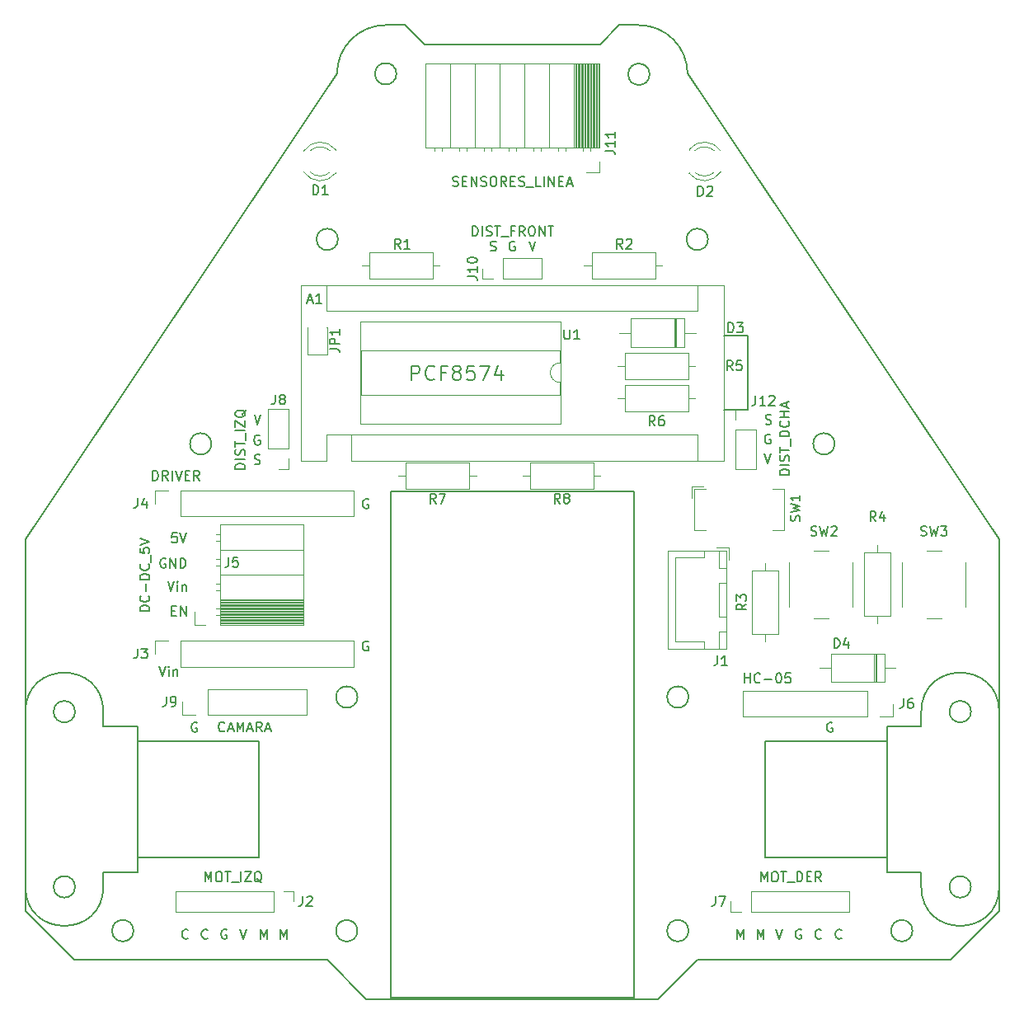
<source format=gto>
G04 #@! TF.FileFunction,Legend,Top*
%FSLAX46Y46*%
G04 Gerber Fmt 4.6, Leading zero omitted, Abs format (unit mm)*
G04 Created by KiCad (PCBNEW 4.0.7+dfsg1-1ubuntu2) date Sun Aug 19 23:35:29 2018*
%MOMM*%
%LPD*%
G01*
G04 APERTURE LIST*
%ADD10C,0.100000*%
%ADD11C,0.150000*%
%ADD12C,0.200000*%
%ADD13C,0.120000*%
%ADD14R,2.000000X2.000000*%
%ADD15O,2.000000X2.000000*%
%ADD16R,2.200000X2.200000*%
%ADD17C,2.200000*%
%ADD18R,2.350000X2.100000*%
%ADD19O,2.350000X2.100000*%
%ADD20R,1.750000X1.750000*%
%ADD21O,1.750000X1.750000*%
%ADD22R,2.100000X2.100000*%
%ADD23O,2.100000X2.100000*%
%ADD24R,1.900000X1.400000*%
%ADD25C,2.000000*%
%ADD26R,1.800000X1.800000*%
%ADD27C,1.800000*%
%ADD28C,2.400000*%
%ADD29R,2.000000X2.800000*%
%ADD30O,2.000000X2.800000*%
%ADD31O,2.200000X2.200000*%
G04 APERTURE END LIST*
D10*
D11*
X20452381Y27542857D02*
X20404762Y27495238D01*
X20261905Y27447619D01*
X20166667Y27447619D01*
X20023809Y27495238D01*
X19928571Y27590476D01*
X19880952Y27685714D01*
X19833333Y27876190D01*
X19833333Y28019048D01*
X19880952Y28209524D01*
X19928571Y28304762D01*
X20023809Y28400000D01*
X20166667Y28447619D01*
X20261905Y28447619D01*
X20404762Y28400000D01*
X20452381Y28352381D01*
X20833333Y27733333D02*
X21309524Y27733333D01*
X20738095Y27447619D02*
X21071428Y28447619D01*
X21404762Y27447619D01*
X21738095Y27447619D02*
X21738095Y28447619D01*
X22071429Y27733333D01*
X22404762Y28447619D01*
X22404762Y27447619D01*
X22833333Y27733333D02*
X23309524Y27733333D01*
X22738095Y27447619D02*
X23071428Y28447619D01*
X23404762Y27447619D01*
X24309524Y27447619D02*
X23976190Y27923810D01*
X23738095Y27447619D02*
X23738095Y28447619D01*
X24119048Y28447619D01*
X24214286Y28400000D01*
X24261905Y28352381D01*
X24309524Y28257143D01*
X24309524Y28114286D01*
X24261905Y28019048D01*
X24214286Y27971429D01*
X24119048Y27923810D01*
X23738095Y27923810D01*
X24690476Y27733333D02*
X25166667Y27733333D01*
X24595238Y27447619D02*
X24928571Y28447619D01*
X25261905Y27447619D01*
X12752381Y39833333D02*
X11752381Y39833333D01*
X11752381Y40071428D01*
X11800000Y40214286D01*
X11895238Y40309524D01*
X11990476Y40357143D01*
X12180952Y40404762D01*
X12323810Y40404762D01*
X12514286Y40357143D01*
X12609524Y40309524D01*
X12704762Y40214286D01*
X12752381Y40071428D01*
X12752381Y39833333D01*
X12657143Y41404762D02*
X12704762Y41357143D01*
X12752381Y41214286D01*
X12752381Y41119048D01*
X12704762Y40976190D01*
X12609524Y40880952D01*
X12514286Y40833333D01*
X12323810Y40785714D01*
X12180952Y40785714D01*
X11990476Y40833333D01*
X11895238Y40880952D01*
X11800000Y40976190D01*
X11752381Y41119048D01*
X11752381Y41214286D01*
X11800000Y41357143D01*
X11847619Y41404762D01*
X12371429Y41833333D02*
X12371429Y42595238D01*
X12752381Y43071428D02*
X11752381Y43071428D01*
X11752381Y43309523D01*
X11800000Y43452381D01*
X11895238Y43547619D01*
X11990476Y43595238D01*
X12180952Y43642857D01*
X12323810Y43642857D01*
X12514286Y43595238D01*
X12609524Y43547619D01*
X12704762Y43452381D01*
X12752381Y43309523D01*
X12752381Y43071428D01*
X12657143Y44642857D02*
X12704762Y44595238D01*
X12752381Y44452381D01*
X12752381Y44357143D01*
X12704762Y44214285D01*
X12609524Y44119047D01*
X12514286Y44071428D01*
X12323810Y44023809D01*
X12180952Y44023809D01*
X11990476Y44071428D01*
X11895238Y44119047D01*
X11800000Y44214285D01*
X11752381Y44357143D01*
X11752381Y44452381D01*
X11800000Y44595238D01*
X11847619Y44642857D01*
X12847619Y44833333D02*
X12847619Y45595238D01*
X11752381Y46309524D02*
X11752381Y45833333D01*
X12228571Y45785714D01*
X12180952Y45833333D01*
X12133333Y45928571D01*
X12133333Y46166667D01*
X12180952Y46261905D01*
X12228571Y46309524D01*
X12323810Y46357143D01*
X12561905Y46357143D01*
X12657143Y46309524D01*
X12704762Y46261905D01*
X12752381Y46166667D01*
X12752381Y45928571D01*
X12704762Y45833333D01*
X12657143Y45785714D01*
X11752381Y46642857D02*
X12752381Y46976190D01*
X11752381Y47309524D01*
X22552381Y54423810D02*
X21552381Y54423810D01*
X21552381Y54661905D01*
X21600000Y54804763D01*
X21695238Y54900001D01*
X21790476Y54947620D01*
X21980952Y54995239D01*
X22123810Y54995239D01*
X22314286Y54947620D01*
X22409524Y54900001D01*
X22504762Y54804763D01*
X22552381Y54661905D01*
X22552381Y54423810D01*
X22552381Y55423810D02*
X21552381Y55423810D01*
X22504762Y55852381D02*
X22552381Y55995238D01*
X22552381Y56233334D01*
X22504762Y56328572D01*
X22457143Y56376191D01*
X22361905Y56423810D01*
X22266667Y56423810D01*
X22171429Y56376191D01*
X22123810Y56328572D01*
X22076190Y56233334D01*
X22028571Y56042857D01*
X21980952Y55947619D01*
X21933333Y55900000D01*
X21838095Y55852381D01*
X21742857Y55852381D01*
X21647619Y55900000D01*
X21600000Y55947619D01*
X21552381Y56042857D01*
X21552381Y56280953D01*
X21600000Y56423810D01*
X21552381Y56709524D02*
X21552381Y57280953D01*
X22552381Y56995238D02*
X21552381Y56995238D01*
X22647619Y57376191D02*
X22647619Y58138096D01*
X22552381Y58376191D02*
X21552381Y58376191D01*
X21552381Y58757143D02*
X21552381Y59423810D01*
X22552381Y58757143D01*
X22552381Y59423810D01*
X22647619Y60471429D02*
X22600000Y60376191D01*
X22504762Y60280953D01*
X22361905Y60138096D01*
X22314286Y60042857D01*
X22314286Y59947619D01*
X22552381Y59995238D02*
X22504762Y59900000D01*
X22409524Y59804762D01*
X22219048Y59757143D01*
X21885714Y59757143D01*
X21695238Y59804762D01*
X21600000Y59900000D01*
X21552381Y59995238D01*
X21552381Y60185715D01*
X21600000Y60280953D01*
X21695238Y60376191D01*
X21885714Y60423810D01*
X22219048Y60423810D01*
X22409524Y60376191D01*
X22504762Y60280953D01*
X22552381Y60185715D01*
X22552381Y59995238D01*
X43880952Y83495238D02*
X44023809Y83447619D01*
X44261905Y83447619D01*
X44357143Y83495238D01*
X44404762Y83542857D01*
X44452381Y83638095D01*
X44452381Y83733333D01*
X44404762Y83828571D01*
X44357143Y83876190D01*
X44261905Y83923810D01*
X44071428Y83971429D01*
X43976190Y84019048D01*
X43928571Y84066667D01*
X43880952Y84161905D01*
X43880952Y84257143D01*
X43928571Y84352381D01*
X43976190Y84400000D01*
X44071428Y84447619D01*
X44309524Y84447619D01*
X44452381Y84400000D01*
X44880952Y83971429D02*
X45214286Y83971429D01*
X45357143Y83447619D02*
X44880952Y83447619D01*
X44880952Y84447619D01*
X45357143Y84447619D01*
X45785714Y83447619D02*
X45785714Y84447619D01*
X46357143Y83447619D01*
X46357143Y84447619D01*
X46785714Y83495238D02*
X46928571Y83447619D01*
X47166667Y83447619D01*
X47261905Y83495238D01*
X47309524Y83542857D01*
X47357143Y83638095D01*
X47357143Y83733333D01*
X47309524Y83828571D01*
X47261905Y83876190D01*
X47166667Y83923810D01*
X46976190Y83971429D01*
X46880952Y84019048D01*
X46833333Y84066667D01*
X46785714Y84161905D01*
X46785714Y84257143D01*
X46833333Y84352381D01*
X46880952Y84400000D01*
X46976190Y84447619D01*
X47214286Y84447619D01*
X47357143Y84400000D01*
X47976190Y84447619D02*
X48166667Y84447619D01*
X48261905Y84400000D01*
X48357143Y84304762D01*
X48404762Y84114286D01*
X48404762Y83780952D01*
X48357143Y83590476D01*
X48261905Y83495238D01*
X48166667Y83447619D01*
X47976190Y83447619D01*
X47880952Y83495238D01*
X47785714Y83590476D01*
X47738095Y83780952D01*
X47738095Y84114286D01*
X47785714Y84304762D01*
X47880952Y84400000D01*
X47976190Y84447619D01*
X49404762Y83447619D02*
X49071428Y83923810D01*
X48833333Y83447619D02*
X48833333Y84447619D01*
X49214286Y84447619D01*
X49309524Y84400000D01*
X49357143Y84352381D01*
X49404762Y84257143D01*
X49404762Y84114286D01*
X49357143Y84019048D01*
X49309524Y83971429D01*
X49214286Y83923810D01*
X48833333Y83923810D01*
X49833333Y83971429D02*
X50166667Y83971429D01*
X50309524Y83447619D02*
X49833333Y83447619D01*
X49833333Y84447619D01*
X50309524Y84447619D01*
X50690476Y83495238D02*
X50833333Y83447619D01*
X51071429Y83447619D01*
X51166667Y83495238D01*
X51214286Y83542857D01*
X51261905Y83638095D01*
X51261905Y83733333D01*
X51214286Y83828571D01*
X51166667Y83876190D01*
X51071429Y83923810D01*
X50880952Y83971429D01*
X50785714Y84019048D01*
X50738095Y84066667D01*
X50690476Y84161905D01*
X50690476Y84257143D01*
X50738095Y84352381D01*
X50785714Y84400000D01*
X50880952Y84447619D01*
X51119048Y84447619D01*
X51261905Y84400000D01*
X51452381Y83352381D02*
X52214286Y83352381D01*
X52928572Y83447619D02*
X52452381Y83447619D01*
X52452381Y84447619D01*
X53261905Y83447619D02*
X53261905Y84447619D01*
X53738095Y83447619D02*
X53738095Y84447619D01*
X54309524Y83447619D01*
X54309524Y84447619D01*
X54785714Y83971429D02*
X55119048Y83971429D01*
X55261905Y83447619D02*
X54785714Y83447619D01*
X54785714Y84447619D01*
X55261905Y84447619D01*
X55642857Y83733333D02*
X56119048Y83733333D01*
X55547619Y83447619D02*
X55880952Y84447619D01*
X56214286Y83447619D01*
X45904762Y78347619D02*
X45904762Y79347619D01*
X46142857Y79347619D01*
X46285715Y79300000D01*
X46380953Y79204762D01*
X46428572Y79109524D01*
X46476191Y78919048D01*
X46476191Y78776190D01*
X46428572Y78585714D01*
X46380953Y78490476D01*
X46285715Y78395238D01*
X46142857Y78347619D01*
X45904762Y78347619D01*
X46904762Y78347619D02*
X46904762Y79347619D01*
X47333333Y78395238D02*
X47476190Y78347619D01*
X47714286Y78347619D01*
X47809524Y78395238D01*
X47857143Y78442857D01*
X47904762Y78538095D01*
X47904762Y78633333D01*
X47857143Y78728571D01*
X47809524Y78776190D01*
X47714286Y78823810D01*
X47523809Y78871429D01*
X47428571Y78919048D01*
X47380952Y78966667D01*
X47333333Y79061905D01*
X47333333Y79157143D01*
X47380952Y79252381D01*
X47428571Y79300000D01*
X47523809Y79347619D01*
X47761905Y79347619D01*
X47904762Y79300000D01*
X48190476Y79347619D02*
X48761905Y79347619D01*
X48476190Y78347619D02*
X48476190Y79347619D01*
X48857143Y78252381D02*
X49619048Y78252381D01*
X50190477Y78871429D02*
X49857143Y78871429D01*
X49857143Y78347619D02*
X49857143Y79347619D01*
X50333334Y79347619D01*
X51285715Y78347619D02*
X50952381Y78823810D01*
X50714286Y78347619D02*
X50714286Y79347619D01*
X51095239Y79347619D01*
X51190477Y79300000D01*
X51238096Y79252381D01*
X51285715Y79157143D01*
X51285715Y79014286D01*
X51238096Y78919048D01*
X51190477Y78871429D01*
X51095239Y78823810D01*
X50714286Y78823810D01*
X51904762Y79347619D02*
X52095239Y79347619D01*
X52190477Y79300000D01*
X52285715Y79204762D01*
X52333334Y79014286D01*
X52333334Y78680952D01*
X52285715Y78490476D01*
X52190477Y78395238D01*
X52095239Y78347619D01*
X51904762Y78347619D01*
X51809524Y78395238D01*
X51714286Y78490476D01*
X51666667Y78680952D01*
X51666667Y79014286D01*
X51714286Y79204762D01*
X51809524Y79300000D01*
X51904762Y79347619D01*
X52761905Y78347619D02*
X52761905Y79347619D01*
X53333334Y78347619D01*
X53333334Y79347619D01*
X53666667Y79347619D02*
X54238096Y79347619D01*
X53952381Y78347619D02*
X53952381Y79347619D01*
X78452381Y53809524D02*
X77452381Y53809524D01*
X77452381Y54047619D01*
X77500000Y54190477D01*
X77595238Y54285715D01*
X77690476Y54333334D01*
X77880952Y54380953D01*
X78023810Y54380953D01*
X78214286Y54333334D01*
X78309524Y54285715D01*
X78404762Y54190477D01*
X78452381Y54047619D01*
X78452381Y53809524D01*
X78452381Y54809524D02*
X77452381Y54809524D01*
X78404762Y55238095D02*
X78452381Y55380952D01*
X78452381Y55619048D01*
X78404762Y55714286D01*
X78357143Y55761905D01*
X78261905Y55809524D01*
X78166667Y55809524D01*
X78071429Y55761905D01*
X78023810Y55714286D01*
X77976190Y55619048D01*
X77928571Y55428571D01*
X77880952Y55333333D01*
X77833333Y55285714D01*
X77738095Y55238095D01*
X77642857Y55238095D01*
X77547619Y55285714D01*
X77500000Y55333333D01*
X77452381Y55428571D01*
X77452381Y55666667D01*
X77500000Y55809524D01*
X77452381Y56095238D02*
X77452381Y56666667D01*
X78452381Y56380952D02*
X77452381Y56380952D01*
X78547619Y56761905D02*
X78547619Y57523810D01*
X78452381Y57761905D02*
X77452381Y57761905D01*
X77452381Y58000000D01*
X77500000Y58142858D01*
X77595238Y58238096D01*
X77690476Y58285715D01*
X77880952Y58333334D01*
X78023810Y58333334D01*
X78214286Y58285715D01*
X78309524Y58238096D01*
X78404762Y58142858D01*
X78452381Y58000000D01*
X78452381Y57761905D01*
X78357143Y59333334D02*
X78404762Y59285715D01*
X78452381Y59142858D01*
X78452381Y59047620D01*
X78404762Y58904762D01*
X78309524Y58809524D01*
X78214286Y58761905D01*
X78023810Y58714286D01*
X77880952Y58714286D01*
X77690476Y58761905D01*
X77595238Y58809524D01*
X77500000Y58904762D01*
X77452381Y59047620D01*
X77452381Y59142858D01*
X77500000Y59285715D01*
X77547619Y59333334D01*
X78452381Y59761905D02*
X77452381Y59761905D01*
X77928571Y59761905D02*
X77928571Y60333334D01*
X78452381Y60333334D02*
X77452381Y60333334D01*
X78166667Y60761905D02*
X78166667Y61238096D01*
X78452381Y60666667D02*
X77452381Y61000000D01*
X78452381Y61333334D01*
X73842857Y32447619D02*
X73842857Y33447619D01*
X73842857Y32971429D02*
X74414286Y32971429D01*
X74414286Y32447619D02*
X74414286Y33447619D01*
X75461905Y32542857D02*
X75414286Y32495238D01*
X75271429Y32447619D01*
X75176191Y32447619D01*
X75033333Y32495238D01*
X74938095Y32590476D01*
X74890476Y32685714D01*
X74842857Y32876190D01*
X74842857Y33019048D01*
X74890476Y33209524D01*
X74938095Y33304762D01*
X75033333Y33400000D01*
X75176191Y33447619D01*
X75271429Y33447619D01*
X75414286Y33400000D01*
X75461905Y33352381D01*
X75890476Y32828571D02*
X76652381Y32828571D01*
X77319047Y33447619D02*
X77414286Y33447619D01*
X77509524Y33400000D01*
X77557143Y33352381D01*
X77604762Y33257143D01*
X77652381Y33066667D01*
X77652381Y32828571D01*
X77604762Y32638095D01*
X77557143Y32542857D01*
X77509524Y32495238D01*
X77414286Y32447619D01*
X77319047Y32447619D01*
X77223809Y32495238D01*
X77176190Y32542857D01*
X77128571Y32638095D01*
X77080952Y32828571D01*
X77080952Y33066667D01*
X77128571Y33257143D01*
X77176190Y33352381D01*
X77223809Y33400000D01*
X77319047Y33447619D01*
X78557143Y33447619D02*
X78080952Y33447619D01*
X78033333Y32971429D01*
X78080952Y33019048D01*
X78176190Y33066667D01*
X78414286Y33066667D01*
X78509524Y33019048D01*
X78557143Y32971429D01*
X78604762Y32876190D01*
X78604762Y32638095D01*
X78557143Y32542857D01*
X78509524Y32495238D01*
X78414286Y32447619D01*
X78176190Y32447619D01*
X78080952Y32495238D01*
X78033333Y32542857D01*
X75528571Y12047619D02*
X75528571Y13047619D01*
X75861905Y12333333D01*
X76195238Y13047619D01*
X76195238Y12047619D01*
X76861904Y13047619D02*
X77052381Y13047619D01*
X77147619Y13000000D01*
X77242857Y12904762D01*
X77290476Y12714286D01*
X77290476Y12380952D01*
X77242857Y12190476D01*
X77147619Y12095238D01*
X77052381Y12047619D01*
X76861904Y12047619D01*
X76766666Y12095238D01*
X76671428Y12190476D01*
X76623809Y12380952D01*
X76623809Y12714286D01*
X76671428Y12904762D01*
X76766666Y13000000D01*
X76861904Y13047619D01*
X77576190Y13047619D02*
X78147619Y13047619D01*
X77861904Y12047619D02*
X77861904Y13047619D01*
X78242857Y11952381D02*
X79004762Y11952381D01*
X79242857Y12047619D02*
X79242857Y13047619D01*
X79480952Y13047619D01*
X79623810Y13000000D01*
X79719048Y12904762D01*
X79766667Y12809524D01*
X79814286Y12619048D01*
X79814286Y12476190D01*
X79766667Y12285714D01*
X79719048Y12190476D01*
X79623810Y12095238D01*
X79480952Y12047619D01*
X79242857Y12047619D01*
X80242857Y12571429D02*
X80576191Y12571429D01*
X80719048Y12047619D02*
X80242857Y12047619D01*
X80242857Y13047619D01*
X80719048Y13047619D01*
X81719048Y12047619D02*
X81385714Y12523810D01*
X81147619Y12047619D02*
X81147619Y13047619D01*
X81528572Y13047619D01*
X81623810Y13000000D01*
X81671429Y12952381D01*
X81719048Y12857143D01*
X81719048Y12714286D01*
X81671429Y12619048D01*
X81623810Y12571429D01*
X81528572Y12523810D01*
X81147619Y12523810D01*
X18442857Y12047619D02*
X18442857Y13047619D01*
X18776191Y12333333D01*
X19109524Y13047619D01*
X19109524Y12047619D01*
X19776190Y13047619D02*
X19966667Y13047619D01*
X20061905Y13000000D01*
X20157143Y12904762D01*
X20204762Y12714286D01*
X20204762Y12380952D01*
X20157143Y12190476D01*
X20061905Y12095238D01*
X19966667Y12047619D01*
X19776190Y12047619D01*
X19680952Y12095238D01*
X19585714Y12190476D01*
X19538095Y12380952D01*
X19538095Y12714286D01*
X19585714Y12904762D01*
X19680952Y13000000D01*
X19776190Y13047619D01*
X20490476Y13047619D02*
X21061905Y13047619D01*
X20776190Y12047619D02*
X20776190Y13047619D01*
X21157143Y11952381D02*
X21919048Y11952381D01*
X22157143Y12047619D02*
X22157143Y13047619D01*
X22538095Y13047619D02*
X23204762Y13047619D01*
X22538095Y12047619D01*
X23204762Y12047619D01*
X24252381Y11952381D02*
X24157143Y12000000D01*
X24061905Y12095238D01*
X23919048Y12238095D01*
X23823809Y12285714D01*
X23728571Y12285714D01*
X23776190Y12047619D02*
X23680952Y12095238D01*
X23585714Y12190476D01*
X23538095Y12380952D01*
X23538095Y12714286D01*
X23585714Y12904762D01*
X23680952Y13000000D01*
X23776190Y13047619D01*
X23966667Y13047619D01*
X24061905Y13000000D01*
X24157143Y12904762D01*
X24204762Y12714286D01*
X24204762Y12380952D01*
X24157143Y12190476D01*
X24061905Y12095238D01*
X23966667Y12047619D01*
X23776190Y12047619D01*
D12*
X39657144Y63521429D02*
X39657144Y65021429D01*
X40228572Y65021429D01*
X40371430Y64950000D01*
X40442858Y64878571D01*
X40514287Y64735714D01*
X40514287Y64521429D01*
X40442858Y64378571D01*
X40371430Y64307143D01*
X40228572Y64235714D01*
X39657144Y64235714D01*
X42014287Y63664286D02*
X41942858Y63592857D01*
X41728572Y63521429D01*
X41585715Y63521429D01*
X41371430Y63592857D01*
X41228572Y63735714D01*
X41157144Y63878571D01*
X41085715Y64164286D01*
X41085715Y64378571D01*
X41157144Y64664286D01*
X41228572Y64807143D01*
X41371430Y64950000D01*
X41585715Y65021429D01*
X41728572Y65021429D01*
X41942858Y64950000D01*
X42014287Y64878571D01*
X43157144Y64307143D02*
X42657144Y64307143D01*
X42657144Y63521429D02*
X42657144Y65021429D01*
X43371430Y65021429D01*
X44157144Y64378571D02*
X44014286Y64450000D01*
X43942858Y64521429D01*
X43871429Y64664286D01*
X43871429Y64735714D01*
X43942858Y64878571D01*
X44014286Y64950000D01*
X44157144Y65021429D01*
X44442858Y65021429D01*
X44585715Y64950000D01*
X44657144Y64878571D01*
X44728572Y64735714D01*
X44728572Y64664286D01*
X44657144Y64521429D01*
X44585715Y64450000D01*
X44442858Y64378571D01*
X44157144Y64378571D01*
X44014286Y64307143D01*
X43942858Y64235714D01*
X43871429Y64092857D01*
X43871429Y63807143D01*
X43942858Y63664286D01*
X44014286Y63592857D01*
X44157144Y63521429D01*
X44442858Y63521429D01*
X44585715Y63592857D01*
X44657144Y63664286D01*
X44728572Y63807143D01*
X44728572Y64092857D01*
X44657144Y64235714D01*
X44585715Y64307143D01*
X44442858Y64378571D01*
X46085715Y65021429D02*
X45371429Y65021429D01*
X45300000Y64307143D01*
X45371429Y64378571D01*
X45514286Y64450000D01*
X45871429Y64450000D01*
X46014286Y64378571D01*
X46085715Y64307143D01*
X46157143Y64164286D01*
X46157143Y63807143D01*
X46085715Y63664286D01*
X46014286Y63592857D01*
X45871429Y63521429D01*
X45514286Y63521429D01*
X45371429Y63592857D01*
X45300000Y63664286D01*
X46657143Y65021429D02*
X47657143Y65021429D01*
X47014286Y63521429D01*
X48871428Y64521429D02*
X48871428Y63521429D01*
X48514285Y65092857D02*
X48157142Y64021429D01*
X49085714Y64021429D01*
D11*
X61000000Y100000000D02*
X63000000Y100000000D01*
X37000000Y100000000D02*
X39000000Y100000000D01*
X59000000Y98000000D02*
X61000000Y100000000D01*
X41000000Y98000000D02*
X59000000Y98000000D01*
X39000000Y100000000D02*
X41000000Y98000000D01*
X100000000Y47200000D02*
X68000000Y95000000D01*
X68000000Y95000000D02*
G75*
G03X63000000Y100000000I-5000000J0D01*
G01*
X32000000Y95000000D02*
X0Y47200000D01*
X37000000Y100000000D02*
G75*
G03X32000000Y95000000I0J-5000000D01*
G01*
X83100000Y57000000D02*
G75*
G03X83100000Y57000000I-1100000J0D01*
G01*
X19100000Y57000000D02*
G75*
G03X19100000Y57000000I-1100000J0D01*
G01*
X70100000Y78000000D02*
G75*
G03X70100000Y78000000I-1100000J0D01*
G01*
X32100000Y78000000D02*
G75*
G03X32100000Y78000000I-1100000J0D01*
G01*
X74150000Y60500000D02*
X71750000Y60500000D01*
X74150000Y68100000D02*
X74150000Y60500000D01*
X71750000Y68100000D02*
X74150000Y68100000D01*
D12*
X13069048Y53247619D02*
X13069048Y54247619D01*
X13307143Y54247619D01*
X13450001Y54200000D01*
X13545239Y54104762D01*
X13592858Y54009524D01*
X13640477Y53819048D01*
X13640477Y53676190D01*
X13592858Y53485714D01*
X13545239Y53390476D01*
X13450001Y53295238D01*
X13307143Y53247619D01*
X13069048Y53247619D01*
X14640477Y53247619D02*
X14307143Y53723810D01*
X14069048Y53247619D02*
X14069048Y54247619D01*
X14450001Y54247619D01*
X14545239Y54200000D01*
X14592858Y54152381D01*
X14640477Y54057143D01*
X14640477Y53914286D01*
X14592858Y53819048D01*
X14545239Y53771429D01*
X14450001Y53723810D01*
X14069048Y53723810D01*
X15069048Y53247619D02*
X15069048Y54247619D01*
X15402381Y54247619D02*
X15735714Y53247619D01*
X16069048Y54247619D01*
X16402381Y53771429D02*
X16735715Y53771429D01*
X16878572Y53247619D02*
X16402381Y53247619D01*
X16402381Y54247619D01*
X16878572Y54247619D01*
X17878572Y53247619D02*
X17545238Y53723810D01*
X17307143Y53247619D02*
X17307143Y54247619D01*
X17688096Y54247619D01*
X17783334Y54200000D01*
X17830953Y54152381D01*
X17878572Y54057143D01*
X17878572Y53914286D01*
X17830953Y53819048D01*
X17783334Y53771429D01*
X17688096Y53723810D01*
X17307143Y53723810D01*
X47764286Y76845238D02*
X47907143Y76797619D01*
X48145239Y76797619D01*
X48240477Y76845238D01*
X48288096Y76892857D01*
X48335715Y76988095D01*
X48335715Y77083333D01*
X48288096Y77178571D01*
X48240477Y77226190D01*
X48145239Y77273810D01*
X47954762Y77321429D01*
X47859524Y77369048D01*
X47811905Y77416667D01*
X47764286Y77511905D01*
X47764286Y77607143D01*
X47811905Y77702381D01*
X47859524Y77750000D01*
X47954762Y77797619D01*
X48192858Y77797619D01*
X48335715Y77750000D01*
X50261905Y77750000D02*
X50166667Y77797619D01*
X50023810Y77797619D01*
X49880952Y77750000D01*
X49785714Y77654762D01*
X49738095Y77559524D01*
X49690476Y77369048D01*
X49690476Y77226190D01*
X49738095Y77035714D01*
X49785714Y76940476D01*
X49880952Y76845238D01*
X50023810Y76797619D01*
X50119048Y76797619D01*
X50261905Y76845238D01*
X50309524Y76892857D01*
X50309524Y77226190D01*
X50119048Y77226190D01*
X51716667Y77797619D02*
X52050000Y76797619D01*
X52383334Y77797619D01*
X75916667Y55997619D02*
X76250000Y54997619D01*
X76583334Y55997619D01*
X76511905Y57950000D02*
X76416667Y57997619D01*
X76273810Y57997619D01*
X76130952Y57950000D01*
X76035714Y57854762D01*
X75988095Y57759524D01*
X75940476Y57569048D01*
X75940476Y57426190D01*
X75988095Y57235714D01*
X76035714Y57140476D01*
X76130952Y57045238D01*
X76273810Y56997619D01*
X76369048Y56997619D01*
X76511905Y57045238D01*
X76559524Y57092857D01*
X76559524Y57426190D01*
X76369048Y57426190D01*
X76014286Y59045238D02*
X76157143Y58997619D01*
X76395239Y58997619D01*
X76490477Y59045238D01*
X76538096Y59092857D01*
X76585715Y59188095D01*
X76585715Y59283333D01*
X76538096Y59378571D01*
X76490477Y59426190D01*
X76395239Y59473810D01*
X76204762Y59521429D01*
X76109524Y59569048D01*
X76061905Y59616667D01*
X76014286Y59711905D01*
X76014286Y59807143D01*
X76061905Y59902381D01*
X76109524Y59950000D01*
X76204762Y59997619D01*
X76442858Y59997619D01*
X76585715Y59950000D01*
X23514286Y54945238D02*
X23657143Y54897619D01*
X23895239Y54897619D01*
X23990477Y54945238D01*
X24038096Y54992857D01*
X24085715Y55088095D01*
X24085715Y55183333D01*
X24038096Y55278571D01*
X23990477Y55326190D01*
X23895239Y55373810D01*
X23704762Y55421429D01*
X23609524Y55469048D01*
X23561905Y55516667D01*
X23514286Y55611905D01*
X23514286Y55707143D01*
X23561905Y55802381D01*
X23609524Y55850000D01*
X23704762Y55897619D01*
X23942858Y55897619D01*
X24085715Y55850000D01*
X23516667Y59997619D02*
X23850000Y58997619D01*
X24183334Y59997619D01*
X24061905Y57850000D02*
X23966667Y57897619D01*
X23823810Y57897619D01*
X23680952Y57850000D01*
X23585714Y57754762D01*
X23538095Y57659524D01*
X23490476Y57469048D01*
X23490476Y57326190D01*
X23538095Y57135714D01*
X23585714Y57040476D01*
X23680952Y56945238D01*
X23823810Y56897619D01*
X23919048Y56897619D01*
X24061905Y56945238D01*
X24109524Y56992857D01*
X24109524Y57326190D01*
X23919048Y57326190D01*
X82861905Y28350000D02*
X82766667Y28397619D01*
X82623810Y28397619D01*
X82480952Y28350000D01*
X82385714Y28254762D01*
X82338095Y28159524D01*
X82290476Y27969048D01*
X82290476Y27826190D01*
X82338095Y27635714D01*
X82385714Y27540476D01*
X82480952Y27445238D01*
X82623810Y27397619D01*
X82719048Y27397619D01*
X82861905Y27445238D01*
X82909524Y27492857D01*
X82909524Y27826190D01*
X82719048Y27826190D01*
X17611905Y28350000D02*
X17516667Y28397619D01*
X17373810Y28397619D01*
X17230952Y28350000D01*
X17135714Y28254762D01*
X17088095Y28159524D01*
X17040476Y27969048D01*
X17040476Y27826190D01*
X17088095Y27635714D01*
X17135714Y27540476D01*
X17230952Y27445238D01*
X17373810Y27397619D01*
X17469048Y27397619D01*
X17611905Y27445238D01*
X17659524Y27492857D01*
X17659524Y27826190D01*
X17469048Y27826190D01*
X13726191Y34147619D02*
X14059524Y33147619D01*
X14392858Y34147619D01*
X14726191Y33147619D02*
X14726191Y33814286D01*
X14726191Y34147619D02*
X14678572Y34100000D01*
X14726191Y34052381D01*
X14773810Y34100000D01*
X14726191Y34147619D01*
X14726191Y34052381D01*
X15202381Y33814286D02*
X15202381Y33147619D01*
X15202381Y33719048D02*
X15250000Y33766667D01*
X15345238Y33814286D01*
X15488096Y33814286D01*
X15583334Y33766667D01*
X15630953Y33671429D01*
X15630953Y33147619D01*
X35211905Y36700000D02*
X35116667Y36747619D01*
X34973810Y36747619D01*
X34830952Y36700000D01*
X34735714Y36604762D01*
X34688095Y36509524D01*
X34640476Y36319048D01*
X34640476Y36176190D01*
X34688095Y35985714D01*
X34735714Y35890476D01*
X34830952Y35795238D01*
X34973810Y35747619D01*
X35069048Y35747619D01*
X35211905Y35795238D01*
X35259524Y35842857D01*
X35259524Y36176190D01*
X35069048Y36176190D01*
X35211905Y51300000D02*
X35116667Y51347619D01*
X34973810Y51347619D01*
X34830952Y51300000D01*
X34735714Y51204762D01*
X34688095Y51109524D01*
X34640476Y50919048D01*
X34640476Y50776190D01*
X34688095Y50585714D01*
X34735714Y50490476D01*
X34830952Y50395238D01*
X34973810Y50347619D01*
X35069048Y50347619D01*
X35211905Y50395238D01*
X35259524Y50442857D01*
X35259524Y50776190D01*
X35069048Y50776190D01*
X15011905Y39871429D02*
X15345239Y39871429D01*
X15488096Y39347619D02*
X15011905Y39347619D01*
X15011905Y40347619D01*
X15488096Y40347619D01*
X15916667Y39347619D02*
X15916667Y40347619D01*
X16488096Y39347619D01*
X16488096Y40347619D01*
X14626191Y42847619D02*
X14959524Y41847619D01*
X15292858Y42847619D01*
X15626191Y41847619D02*
X15626191Y42514286D01*
X15626191Y42847619D02*
X15578572Y42800000D01*
X15626191Y42752381D01*
X15673810Y42800000D01*
X15626191Y42847619D01*
X15626191Y42752381D01*
X16102381Y42514286D02*
X16102381Y41847619D01*
X16102381Y42419048D02*
X16150000Y42466667D01*
X16245238Y42514286D01*
X16388096Y42514286D01*
X16483334Y42466667D01*
X16530953Y42371429D01*
X16530953Y41847619D01*
X15559524Y47847619D02*
X15083333Y47847619D01*
X15035714Y47371429D01*
X15083333Y47419048D01*
X15178571Y47466667D01*
X15416667Y47466667D01*
X15511905Y47419048D01*
X15559524Y47371429D01*
X15607143Y47276190D01*
X15607143Y47038095D01*
X15559524Y46942857D01*
X15511905Y46895238D01*
X15416667Y46847619D01*
X15178571Y46847619D01*
X15083333Y46895238D01*
X15035714Y46942857D01*
X15892857Y47847619D02*
X16226190Y46847619D01*
X16559524Y47847619D01*
X14388096Y45200000D02*
X14292858Y45247619D01*
X14150001Y45247619D01*
X14007143Y45200000D01*
X13911905Y45104762D01*
X13864286Y45009524D01*
X13816667Y44819048D01*
X13816667Y44676190D01*
X13864286Y44485714D01*
X13911905Y44390476D01*
X14007143Y44295238D01*
X14150001Y44247619D01*
X14245239Y44247619D01*
X14388096Y44295238D01*
X14435715Y44342857D01*
X14435715Y44676190D01*
X14245239Y44676190D01*
X14864286Y44247619D02*
X14864286Y45247619D01*
X15435715Y44247619D01*
X15435715Y45247619D01*
X15911905Y44247619D02*
X15911905Y45247619D01*
X16150000Y45247619D01*
X16292858Y45200000D01*
X16388096Y45104762D01*
X16435715Y45009524D01*
X16483334Y44819048D01*
X16483334Y44676190D01*
X16435715Y44485714D01*
X16388096Y44390476D01*
X16292858Y44295238D01*
X16150000Y44247619D01*
X15911905Y44247619D01*
X79661905Y7100000D02*
X79566667Y7147619D01*
X79423810Y7147619D01*
X79280952Y7100000D01*
X79185714Y7004762D01*
X79138095Y6909524D01*
X79090476Y6719048D01*
X79090476Y6576190D01*
X79138095Y6385714D01*
X79185714Y6290476D01*
X79280952Y6195238D01*
X79423810Y6147619D01*
X79519048Y6147619D01*
X79661905Y6195238D01*
X79709524Y6242857D01*
X79709524Y6576190D01*
X79519048Y6576190D01*
X81709524Y6242857D02*
X81661905Y6195238D01*
X81519048Y6147619D01*
X81423810Y6147619D01*
X81280952Y6195238D01*
X81185714Y6290476D01*
X81138095Y6385714D01*
X81090476Y6576190D01*
X81090476Y6719048D01*
X81138095Y6909524D01*
X81185714Y7004762D01*
X81280952Y7100000D01*
X81423810Y7147619D01*
X81519048Y7147619D01*
X81661905Y7100000D01*
X81709524Y7052381D01*
X83809524Y6242857D02*
X83761905Y6195238D01*
X83619048Y6147619D01*
X83523810Y6147619D01*
X83380952Y6195238D01*
X83285714Y6290476D01*
X83238095Y6385714D01*
X83190476Y6576190D01*
X83190476Y6719048D01*
X83238095Y6909524D01*
X83285714Y7004762D01*
X83380952Y7100000D01*
X83523810Y7147619D01*
X83619048Y7147619D01*
X83761905Y7100000D01*
X83809524Y7052381D01*
X77066667Y7147619D02*
X77400000Y6147619D01*
X77733334Y7147619D01*
X75166667Y6147619D02*
X75166667Y7147619D01*
X75500001Y6433333D01*
X75833334Y7147619D01*
X75833334Y6147619D01*
X73066667Y6147619D02*
X73066667Y7147619D01*
X73400001Y6433333D01*
X73733334Y7147619D01*
X73733334Y6147619D01*
X18709524Y6242857D02*
X18661905Y6195238D01*
X18519048Y6147619D01*
X18423810Y6147619D01*
X18280952Y6195238D01*
X18185714Y6290476D01*
X18138095Y6385714D01*
X18090476Y6576190D01*
X18090476Y6719048D01*
X18138095Y6909524D01*
X18185714Y7004762D01*
X18280952Y7100000D01*
X18423810Y7147619D01*
X18519048Y7147619D01*
X18661905Y7100000D01*
X18709524Y7052381D01*
X20661905Y7100000D02*
X20566667Y7147619D01*
X20423810Y7147619D01*
X20280952Y7100000D01*
X20185714Y7004762D01*
X20138095Y6909524D01*
X20090476Y6719048D01*
X20090476Y6576190D01*
X20138095Y6385714D01*
X20185714Y6290476D01*
X20280952Y6195238D01*
X20423810Y6147619D01*
X20519048Y6147619D01*
X20661905Y6195238D01*
X20709524Y6242857D01*
X20709524Y6576190D01*
X20519048Y6576190D01*
X16709524Y6242857D02*
X16661905Y6195238D01*
X16519048Y6147619D01*
X16423810Y6147619D01*
X16280952Y6195238D01*
X16185714Y6290476D01*
X16138095Y6385714D01*
X16090476Y6576190D01*
X16090476Y6719048D01*
X16138095Y6909524D01*
X16185714Y7004762D01*
X16280952Y7100000D01*
X16423810Y7147619D01*
X16519048Y7147619D01*
X16661905Y7100000D01*
X16709524Y7052381D01*
X22066667Y7147619D02*
X22400000Y6147619D01*
X22733334Y7147619D01*
X26166667Y6147619D02*
X26166667Y7147619D01*
X26500001Y6433333D01*
X26833334Y7147619D01*
X26833334Y6147619D01*
X24166667Y6147619D02*
X24166667Y7147619D01*
X24500001Y6433333D01*
X24833334Y7147619D01*
X24833334Y6147619D01*
D11*
X64100000Y94950000D02*
G75*
G03X64100000Y94950000I-1100000J0D01*
G01*
X38100000Y95000000D02*
G75*
G03X38100000Y95000000I-1100000J0D01*
G01*
X34100000Y31000000D02*
G75*
G03X34100000Y31000000I-1100000J0D01*
G01*
X68100000Y31000000D02*
G75*
G03X68100000Y31000000I-1100000J0D01*
G01*
X68100000Y7000000D02*
G75*
G03X68100000Y7000000I-1100000J0D01*
G01*
X34100000Y7000000D02*
G75*
G03X34100000Y7000000I-1100000J0D01*
G01*
X91100000Y7000000D02*
G75*
G03X91100000Y7000000I-1100000J0D01*
G01*
X11100000Y7000000D02*
G75*
G03X11100000Y7000000I-1100000J0D01*
G01*
X95000000Y4000000D02*
X100000000Y9000000D01*
X69000000Y4000000D02*
X95000000Y4000000D01*
X65000000Y0D02*
X69000000Y4000000D01*
X35000000Y0D02*
X65000000Y0D01*
X5000000Y4000000D02*
X0Y9000000D01*
X31000000Y4000000D02*
X5000000Y4000000D01*
X35000000Y0D02*
X31000000Y4000000D01*
D12*
X37500000Y52100000D02*
X37500000Y100000D01*
X62500000Y52100000D02*
X37500000Y52100000D01*
X62500000Y100000D02*
X62500000Y52100000D01*
X37500000Y100000D02*
X62500000Y100000D01*
X76000000Y14500000D02*
X88500000Y14500000D01*
X76000000Y26500000D02*
X76000000Y14500000D01*
X88500000Y26500000D02*
X76000000Y26500000D01*
X24000000Y14500000D02*
X11500000Y14500000D01*
X24000000Y26500000D02*
X24000000Y14500000D01*
X11500000Y26500000D02*
X24000000Y26500000D01*
X92000000Y28000000D02*
X92000000Y29500000D01*
X88500000Y28000000D02*
X92000000Y28000000D01*
X88500000Y13000000D02*
X88500000Y28000000D01*
X92000000Y13000000D02*
X88500000Y13000000D01*
X92000000Y11500000D02*
X92000000Y13000000D01*
X92000000Y11500000D02*
G75*
G03X100000000Y11500000I4000000J0D01*
G01*
X100000000Y29500000D02*
G75*
G03X92000000Y29500000I-4000000J0D01*
G01*
X8000000Y28000000D02*
X8000000Y29500000D01*
X11500000Y28000000D02*
X8000000Y28000000D01*
X11500000Y13000000D02*
X11500000Y28000000D01*
X8000000Y13000000D02*
X11500000Y13000000D01*
X8000000Y11500000D02*
X8000000Y13000000D01*
X0Y11500000D02*
G75*
G03X8000000Y11500000I4000000J0D01*
G01*
X8000000Y29500000D02*
G75*
G03X0Y29500000I-4000000J0D01*
G01*
D11*
X97100000Y29500000D02*
G75*
G03X97100000Y29500000I-1100000J0D01*
G01*
X97100000Y11500000D02*
G75*
G03X97100000Y11500000I-1100000J0D01*
G01*
X5100000Y11500000D02*
G75*
G03X5100000Y11500000I-1100000J0D01*
G01*
X5100000Y29500000D02*
G75*
G03X5100000Y29500000I-1100000J0D01*
G01*
X0Y47200000D02*
X0Y9000000D01*
X100000000Y9000000D02*
X100000000Y47200000D01*
D13*
X33490000Y57930000D02*
X30950000Y57930000D01*
X30950000Y57930000D02*
X30950000Y55260000D01*
X33490000Y55260000D02*
X71720000Y55260000D01*
X28280000Y55260000D02*
X30950000Y55260000D01*
X30950000Y70630000D02*
X30950000Y73300000D01*
X30950000Y70630000D02*
X69050000Y70630000D01*
X69050000Y70630000D02*
X69050000Y73300000D01*
X33490000Y57930000D02*
X33490000Y55260000D01*
X33490000Y57930000D02*
X69050000Y57930000D01*
X69050000Y57930000D02*
X69050000Y55260000D01*
X71720000Y55260000D02*
X71720000Y73300000D01*
X71720000Y73300000D02*
X28280000Y73300000D01*
X28280000Y73300000D02*
X28280000Y55260000D01*
X28597665Y84921392D02*
G75*
G03X31830000Y84764484I1672335J1078608D01*
G01*
X28597665Y87078608D02*
G75*
G02X31830000Y87235516I1672335J-1078608D01*
G01*
X29228870Y84920163D02*
G75*
G03X31310961Y84920000I1041130J1079837D01*
G01*
X29228870Y87079837D02*
G75*
G02X31310961Y87080000I1041130J-1079837D01*
G01*
X31830000Y84764000D02*
X31830000Y84920000D01*
X31830000Y87080000D02*
X31830000Y87236000D01*
X71402335Y87078608D02*
G75*
G03X68170000Y87235516I-1672335J-1078608D01*
G01*
X71402335Y84921392D02*
G75*
G02X68170000Y84764484I-1672335J1078608D01*
G01*
X70771130Y87079837D02*
G75*
G03X68689039Y87080000I-1041130J-1079837D01*
G01*
X70771130Y84920163D02*
G75*
G02X68689039Y84920000I-1041130J1079837D01*
G01*
X68170000Y87236000D02*
X68170000Y87080000D01*
X68170000Y84920000D02*
X68170000Y84764000D01*
X71960000Y46060000D02*
X65990000Y46060000D01*
X65990000Y46060000D02*
X65990000Y35940000D01*
X65990000Y35940000D02*
X71960000Y35940000D01*
X71960000Y35940000D02*
X71960000Y46060000D01*
X71950000Y42750000D02*
X71200000Y42750000D01*
X71200000Y42750000D02*
X71200000Y39250000D01*
X71200000Y39250000D02*
X71950000Y39250000D01*
X71950000Y39250000D02*
X71950000Y42750000D01*
X71950000Y46050000D02*
X71200000Y46050000D01*
X71200000Y46050000D02*
X71200000Y44250000D01*
X71200000Y44250000D02*
X71950000Y44250000D01*
X71950000Y44250000D02*
X71950000Y46050000D01*
X71950000Y37750000D02*
X71200000Y37750000D01*
X71200000Y37750000D02*
X71200000Y35950000D01*
X71200000Y35950000D02*
X71950000Y35950000D01*
X71950000Y35950000D02*
X71950000Y37750000D01*
X69700000Y46050000D02*
X69700000Y45300000D01*
X69700000Y45300000D02*
X66750000Y45300000D01*
X66750000Y45300000D02*
X66750000Y41000000D01*
X69700000Y35950000D02*
X69700000Y36700000D01*
X69700000Y36700000D02*
X66750000Y36700000D01*
X66750000Y36700000D02*
X66750000Y41000000D01*
X72250000Y45100000D02*
X72250000Y46350000D01*
X72250000Y46350000D02*
X71000000Y46350000D01*
X15440000Y11060000D02*
X15440000Y8940000D01*
X25500000Y11060000D02*
X15440000Y11060000D01*
X25500000Y8940000D02*
X15440000Y8940000D01*
X25500000Y11060000D02*
X25500000Y8940000D01*
X26500000Y11060000D02*
X27560000Y11060000D01*
X27560000Y11060000D02*
X27560000Y10000000D01*
X15905931Y34100000D02*
X15905931Y36760000D01*
X15905931Y34100000D02*
X33745931Y34100000D01*
X33745931Y34100000D02*
X33745931Y36760000D01*
X15905931Y36760000D02*
X33745931Y36760000D01*
X13305931Y36760000D02*
X14635931Y36760000D01*
X13305931Y35430000D02*
X13305931Y36760000D01*
X15905931Y49550839D02*
X15905931Y52210839D01*
X15905931Y49550839D02*
X33745931Y49550839D01*
X33745931Y49550839D02*
X33745931Y52210839D01*
X15905931Y52210839D02*
X33745931Y52210839D01*
X13305931Y52210839D02*
X14635931Y52210839D01*
X13305931Y50880839D02*
X13305931Y52210839D01*
X28590000Y38550000D02*
X19960000Y38550000D01*
X28590000Y38668095D02*
X19960000Y38668095D01*
X28590000Y38786190D02*
X19960000Y38786190D01*
X28590000Y38904285D02*
X19960000Y38904285D01*
X28590000Y39022380D02*
X19960000Y39022380D01*
X28590000Y39140475D02*
X19960000Y39140475D01*
X28590000Y39258570D02*
X19960000Y39258570D01*
X28590000Y39376665D02*
X19960000Y39376665D01*
X28590000Y39494760D02*
X19960000Y39494760D01*
X28590000Y39612855D02*
X19960000Y39612855D01*
X28590000Y39730950D02*
X19960000Y39730950D01*
X28590000Y39849045D02*
X19960000Y39849045D01*
X28590000Y39967140D02*
X19960000Y39967140D01*
X28590000Y40085235D02*
X19960000Y40085235D01*
X28590000Y40203330D02*
X19960000Y40203330D01*
X28590000Y40321425D02*
X19960000Y40321425D01*
X28590000Y40439520D02*
X19960000Y40439520D01*
X28590000Y40557615D02*
X19960000Y40557615D01*
X28590000Y40675710D02*
X19960000Y40675710D01*
X28590000Y40793805D02*
X19960000Y40793805D01*
X28590000Y40911900D02*
X19960000Y40911900D01*
X19960000Y39400000D02*
X19610000Y39400000D01*
X19960000Y40120000D02*
X19610000Y40120000D01*
X19960000Y41940000D02*
X19550000Y41940000D01*
X19960000Y42660000D02*
X19550000Y42660000D01*
X19960000Y44480000D02*
X19550000Y44480000D01*
X19960000Y45200000D02*
X19550000Y45200000D01*
X19960000Y47020000D02*
X19550000Y47020000D01*
X19960000Y47740000D02*
X19550000Y47740000D01*
X28590000Y41030000D02*
X19960000Y41030000D01*
X28590000Y43570000D02*
X19960000Y43570000D01*
X28590000Y46110000D02*
X19960000Y46110000D01*
X28590000Y38430000D02*
X19960000Y38430000D01*
X19960000Y38430000D02*
X19960000Y48710000D01*
X28590000Y48710000D02*
X19960000Y48710000D01*
X28590000Y38430000D02*
X28590000Y48710000D01*
X17390000Y38430000D02*
X17390000Y39760000D01*
X18500000Y38430000D02*
X17390000Y38430000D01*
X86470000Y31630000D02*
X86470000Y28970000D01*
X86470000Y31630000D02*
X73710000Y31630000D01*
X73710000Y31630000D02*
X73710000Y28970000D01*
X86470000Y28970000D02*
X73710000Y28970000D01*
X89070000Y28970000D02*
X87740000Y28970000D01*
X89070000Y30300000D02*
X89070000Y28970000D01*
X84560000Y8940000D02*
X84560000Y11060000D01*
X74500000Y8940000D02*
X84560000Y8940000D01*
X74500000Y11060000D02*
X84560000Y11060000D01*
X74500000Y8940000D02*
X74500000Y11060000D01*
X73500000Y8940000D02*
X72440000Y8940000D01*
X72440000Y8940000D02*
X72440000Y10000000D01*
X27060000Y60560000D02*
X24940000Y60560000D01*
X27060000Y56500000D02*
X27060000Y60560000D01*
X24940000Y56500000D02*
X24940000Y60560000D01*
X27060000Y56500000D02*
X24940000Y56500000D01*
X27060000Y55500000D02*
X27060000Y54440000D01*
X27060000Y54440000D02*
X26000000Y54440000D01*
X28910000Y29170000D02*
X28910000Y31830000D01*
X18690000Y29170000D02*
X28910000Y29170000D01*
X18690000Y31830000D02*
X28910000Y31830000D01*
X18690000Y29170000D02*
X18690000Y31830000D01*
X17420000Y29170000D02*
X16090000Y29170000D01*
X16090000Y29170000D02*
X16090000Y30500000D01*
X53060000Y73940000D02*
X53060000Y76060000D01*
X49000000Y73940000D02*
X53060000Y73940000D01*
X49000000Y76060000D02*
X53060000Y76060000D01*
X49000000Y73940000D02*
X49000000Y76060000D01*
X48000000Y73940000D02*
X46940000Y73940000D01*
X46940000Y73940000D02*
X46940000Y75000000D01*
X58830000Y96090000D02*
X58830000Y87460000D01*
X58711905Y96090000D02*
X58711905Y87460000D01*
X58593810Y96090000D02*
X58593810Y87460000D01*
X58475715Y96090000D02*
X58475715Y87460000D01*
X58357620Y96090000D02*
X58357620Y87460000D01*
X58239525Y96090000D02*
X58239525Y87460000D01*
X58121430Y96090000D02*
X58121430Y87460000D01*
X58003335Y96090000D02*
X58003335Y87460000D01*
X57885240Y96090000D02*
X57885240Y87460000D01*
X57767145Y96090000D02*
X57767145Y87460000D01*
X57649050Y96090000D02*
X57649050Y87460000D01*
X57530955Y96090000D02*
X57530955Y87460000D01*
X57412860Y96090000D02*
X57412860Y87460000D01*
X57294765Y96090000D02*
X57294765Y87460000D01*
X57176670Y96090000D02*
X57176670Y87460000D01*
X57058575Y96090000D02*
X57058575Y87460000D01*
X56940480Y96090000D02*
X56940480Y87460000D01*
X56822385Y96090000D02*
X56822385Y87460000D01*
X56704290Y96090000D02*
X56704290Y87460000D01*
X56586195Y96090000D02*
X56586195Y87460000D01*
X56468100Y96090000D02*
X56468100Y87460000D01*
X57980000Y87460000D02*
X57980000Y87110000D01*
X57260000Y87460000D02*
X57260000Y87110000D01*
X55440000Y87460000D02*
X55440000Y87050000D01*
X54720000Y87460000D02*
X54720000Y87050000D01*
X52900000Y87460000D02*
X52900000Y87050000D01*
X52180000Y87460000D02*
X52180000Y87050000D01*
X50360000Y87460000D02*
X50360000Y87050000D01*
X49640000Y87460000D02*
X49640000Y87050000D01*
X47820000Y87460000D02*
X47820000Y87050000D01*
X47100000Y87460000D02*
X47100000Y87050000D01*
X45280000Y87460000D02*
X45280000Y87050000D01*
X44560000Y87460000D02*
X44560000Y87050000D01*
X42740000Y87460000D02*
X42740000Y87050000D01*
X42020000Y87460000D02*
X42020000Y87050000D01*
X56350000Y96090000D02*
X56350000Y87460000D01*
X53810000Y96090000D02*
X53810000Y87460000D01*
X51270000Y96090000D02*
X51270000Y87460000D01*
X48730000Y96090000D02*
X48730000Y87460000D01*
X46190000Y96090000D02*
X46190000Y87460000D01*
X43650000Y96090000D02*
X43650000Y87460000D01*
X58950000Y96090000D02*
X58950000Y87460000D01*
X58950000Y87460000D02*
X41050000Y87460000D01*
X41050000Y96090000D02*
X41050000Y87460000D01*
X58950000Y96090000D02*
X41050000Y96090000D01*
X58950000Y84890000D02*
X57620000Y84890000D01*
X58950000Y86000000D02*
X58950000Y84890000D01*
X72940000Y54440000D02*
X75060000Y54440000D01*
X72940000Y58500000D02*
X72940000Y54440000D01*
X75060000Y58500000D02*
X75060000Y54440000D01*
X72940000Y58500000D02*
X75060000Y58500000D01*
X72940000Y59500000D02*
X72940000Y60560000D01*
X72940000Y60560000D02*
X74000000Y60560000D01*
X29000000Y69000000D02*
X31000000Y69000000D01*
X29000000Y66200000D02*
X29000000Y69000000D01*
X31000000Y66200000D02*
X29000000Y66200000D01*
X31000000Y69000000D02*
X31000000Y66200000D01*
X35310000Y76670000D02*
X35310000Y73930000D01*
X35310000Y73930000D02*
X41850000Y73930000D01*
X41850000Y73930000D02*
X41850000Y76670000D01*
X41850000Y76670000D02*
X35310000Y76670000D01*
X34540000Y75300000D02*
X35310000Y75300000D01*
X42620000Y75300000D02*
X41850000Y75300000D01*
X64690000Y73930000D02*
X64690000Y76670000D01*
X64690000Y76670000D02*
X58150000Y76670000D01*
X58150000Y76670000D02*
X58150000Y73930000D01*
X58150000Y73930000D02*
X64690000Y73930000D01*
X65460000Y75300000D02*
X64690000Y75300000D01*
X57380000Y75300000D02*
X58150000Y75300000D01*
X74580000Y37450000D02*
X77320000Y37450000D01*
X77320000Y37450000D02*
X77320000Y43990000D01*
X77320000Y43990000D02*
X74580000Y43990000D01*
X74580000Y43990000D02*
X74580000Y37450000D01*
X75950000Y36680000D02*
X75950000Y37450000D01*
X75950000Y44760000D02*
X75950000Y43990000D01*
X86130000Y39310000D02*
X88870000Y39310000D01*
X88870000Y39310000D02*
X88870000Y45850000D01*
X88870000Y45850000D02*
X86130000Y45850000D01*
X86130000Y45850000D02*
X86130000Y39310000D01*
X87500000Y38540000D02*
X87500000Y39310000D01*
X87500000Y46620000D02*
X87500000Y45850000D01*
X61550000Y66370000D02*
X61550000Y63630000D01*
X61550000Y63630000D02*
X68090000Y63630000D01*
X68090000Y63630000D02*
X68090000Y66370000D01*
X68090000Y66370000D02*
X61550000Y66370000D01*
X60780000Y65000000D02*
X61550000Y65000000D01*
X68860000Y65000000D02*
X68090000Y65000000D01*
X68090000Y60330000D02*
X68090000Y63070000D01*
X68090000Y63070000D02*
X61550000Y63070000D01*
X61550000Y63070000D02*
X61550000Y60330000D01*
X61550000Y60330000D02*
X68090000Y60330000D01*
X68860000Y61700000D02*
X68090000Y61700000D01*
X60780000Y61700000D02*
X61550000Y61700000D01*
X45590000Y52330000D02*
X45590000Y55070000D01*
X45590000Y55070000D02*
X39050000Y55070000D01*
X39050000Y55070000D02*
X39050000Y52330000D01*
X39050000Y52330000D02*
X45590000Y52330000D01*
X46360000Y53700000D02*
X45590000Y53700000D01*
X38280000Y53700000D02*
X39050000Y53700000D01*
X58350000Y52330000D02*
X58350000Y55070000D01*
X58350000Y55070000D02*
X51810000Y55070000D01*
X51810000Y55070000D02*
X51810000Y52330000D01*
X51810000Y52330000D02*
X58350000Y52330000D01*
X59120000Y53700000D02*
X58350000Y53700000D01*
X51040000Y53700000D02*
X51810000Y53700000D01*
X68400000Y52650000D02*
X68400000Y51450000D01*
X69600000Y52650000D02*
X68400000Y52650000D01*
X77900000Y48150000D02*
X76700000Y48150000D01*
X77900000Y52350000D02*
X77900000Y48150000D01*
X76700000Y52350000D02*
X77900000Y52350000D01*
X68700000Y48150000D02*
X69900000Y48150000D01*
X68700000Y52350000D02*
X68700000Y48150000D01*
X69900000Y52350000D02*
X68700000Y52350000D01*
X84950000Y40300000D02*
X84950000Y44800000D01*
X80950000Y39050000D02*
X82450000Y39050000D01*
X78450000Y44800000D02*
X78450000Y40300000D01*
X82450000Y46050000D02*
X80950000Y46050000D01*
X96550000Y40300000D02*
X96550000Y44800000D01*
X92550000Y39050000D02*
X94050000Y39050000D01*
X90050000Y44800000D02*
X90050000Y40300000D01*
X94050000Y46050000D02*
X92550000Y46050000D01*
X54910000Y63310000D02*
G75*
G02X54910000Y65310000I0J1000000D01*
G01*
X54910000Y65310000D02*
X54910000Y66560000D01*
X54910000Y66560000D02*
X34470000Y66560000D01*
X34470000Y66560000D02*
X34470000Y62060000D01*
X34470000Y62060000D02*
X54910000Y62060000D01*
X54910000Y62060000D02*
X54910000Y63310000D01*
X54970000Y69560000D02*
X34410000Y69560000D01*
X34410000Y69560000D02*
X34410000Y59060000D01*
X34410000Y59060000D02*
X54970000Y59060000D01*
X54970000Y59060000D02*
X54970000Y69560000D01*
X67640000Y66930000D02*
X67640000Y69870000D01*
X67640000Y69870000D02*
X62200000Y69870000D01*
X62200000Y69870000D02*
X62200000Y66930000D01*
X62200000Y66930000D02*
X67640000Y66930000D01*
X68860000Y68400000D02*
X67640000Y68400000D01*
X60980000Y68400000D02*
X62200000Y68400000D01*
X66740000Y66930000D02*
X66740000Y69870000D01*
X66620000Y66930000D02*
X66620000Y69870000D01*
X66860000Y66930000D02*
X66860000Y69870000D01*
X88200000Y32530000D02*
X88200000Y35470000D01*
X88200000Y35470000D02*
X82760000Y35470000D01*
X82760000Y35470000D02*
X82760000Y32530000D01*
X82760000Y32530000D02*
X88200000Y32530000D01*
X89420000Y34000000D02*
X88200000Y34000000D01*
X81540000Y34000000D02*
X82760000Y34000000D01*
X87300000Y32530000D02*
X87300000Y35470000D01*
X87180000Y32530000D02*
X87180000Y35470000D01*
X87420000Y32530000D02*
X87420000Y35470000D01*
D11*
X28985714Y71733333D02*
X29461905Y71733333D01*
X28890476Y71447619D02*
X29223809Y72447619D01*
X29557143Y71447619D01*
X30414286Y71447619D02*
X29842857Y71447619D01*
X30128571Y71447619D02*
X30128571Y72447619D01*
X30033333Y72304762D01*
X29938095Y72209524D01*
X29842857Y72161905D01*
X29531905Y82587619D02*
X29531905Y83587619D01*
X29770000Y83587619D01*
X29912858Y83540000D01*
X30008096Y83444762D01*
X30055715Y83349524D01*
X30103334Y83159048D01*
X30103334Y83016190D01*
X30055715Y82825714D01*
X30008096Y82730476D01*
X29912858Y82635238D01*
X29770000Y82587619D01*
X29531905Y82587619D01*
X31055715Y82587619D02*
X30484286Y82587619D01*
X30770000Y82587619D02*
X30770000Y83587619D01*
X30674762Y83444762D01*
X30579524Y83349524D01*
X30484286Y83301905D01*
X69061905Y82447619D02*
X69061905Y83447619D01*
X69300000Y83447619D01*
X69442858Y83400000D01*
X69538096Y83304762D01*
X69585715Y83209524D01*
X69633334Y83019048D01*
X69633334Y82876190D01*
X69585715Y82685714D01*
X69538096Y82590476D01*
X69442858Y82495238D01*
X69300000Y82447619D01*
X69061905Y82447619D01*
X70014286Y83352381D02*
X70061905Y83400000D01*
X70157143Y83447619D01*
X70395239Y83447619D01*
X70490477Y83400000D01*
X70538096Y83352381D01*
X70585715Y83257143D01*
X70585715Y83161905D01*
X70538096Y83019048D01*
X69966667Y82447619D01*
X70585715Y82447619D01*
X71066667Y35247619D02*
X71066667Y34533333D01*
X71019047Y34390476D01*
X70923809Y34295238D01*
X70780952Y34247619D01*
X70685714Y34247619D01*
X72066667Y34247619D02*
X71495238Y34247619D01*
X71780952Y34247619D02*
X71780952Y35247619D01*
X71685714Y35104762D01*
X71590476Y35009524D01*
X71495238Y34961905D01*
X28466667Y10547619D02*
X28466667Y9833333D01*
X28419047Y9690476D01*
X28323809Y9595238D01*
X28180952Y9547619D01*
X28085714Y9547619D01*
X28895238Y10452381D02*
X28942857Y10500000D01*
X29038095Y10547619D01*
X29276191Y10547619D01*
X29371429Y10500000D01*
X29419048Y10452381D01*
X29466667Y10357143D01*
X29466667Y10261905D01*
X29419048Y10119048D01*
X28847619Y9547619D01*
X29466667Y9547619D01*
X11532598Y35977619D02*
X11532598Y35263333D01*
X11484978Y35120476D01*
X11389740Y35025238D01*
X11246883Y34977619D01*
X11151645Y34977619D01*
X11913550Y35977619D02*
X12532598Y35977619D01*
X12199264Y35596667D01*
X12342122Y35596667D01*
X12437360Y35549048D01*
X12484979Y35501429D01*
X12532598Y35406190D01*
X12532598Y35168095D01*
X12484979Y35072857D01*
X12437360Y35025238D01*
X12342122Y34977619D01*
X12056407Y34977619D01*
X11961169Y35025238D01*
X11913550Y35072857D01*
X11532598Y51428458D02*
X11532598Y50714172D01*
X11484978Y50571315D01*
X11389740Y50476077D01*
X11246883Y50428458D01*
X11151645Y50428458D01*
X12437360Y51095125D02*
X12437360Y50428458D01*
X12199264Y51476077D02*
X11961169Y50761791D01*
X12580217Y50761791D01*
X20866667Y45347619D02*
X20866667Y44633333D01*
X20819047Y44490476D01*
X20723809Y44395238D01*
X20580952Y44347619D01*
X20485714Y44347619D01*
X21819048Y45347619D02*
X21342857Y45347619D01*
X21295238Y44871429D01*
X21342857Y44919048D01*
X21438095Y44966667D01*
X21676191Y44966667D01*
X21771429Y44919048D01*
X21819048Y44871429D01*
X21866667Y44776190D01*
X21866667Y44538095D01*
X21819048Y44442857D01*
X21771429Y44395238D01*
X21676191Y44347619D01*
X21438095Y44347619D01*
X21342857Y44395238D01*
X21295238Y44442857D01*
X90176667Y30847619D02*
X90176667Y30133333D01*
X90129047Y29990476D01*
X90033809Y29895238D01*
X89890952Y29847619D01*
X89795714Y29847619D01*
X91081429Y30847619D02*
X90890952Y30847619D01*
X90795714Y30800000D01*
X90748095Y30752381D01*
X90652857Y30609524D01*
X90605238Y30419048D01*
X90605238Y30038095D01*
X90652857Y29942857D01*
X90700476Y29895238D01*
X90795714Y29847619D01*
X90986191Y29847619D01*
X91081429Y29895238D01*
X91129048Y29942857D01*
X91176667Y30038095D01*
X91176667Y30276190D01*
X91129048Y30371429D01*
X91081429Y30419048D01*
X90986191Y30466667D01*
X90795714Y30466667D01*
X90700476Y30419048D01*
X90652857Y30371429D01*
X90605238Y30276190D01*
X70866667Y10547619D02*
X70866667Y9833333D01*
X70819047Y9690476D01*
X70723809Y9595238D01*
X70580952Y9547619D01*
X70485714Y9547619D01*
X71247619Y10547619D02*
X71914286Y10547619D01*
X71485714Y9547619D01*
X25666667Y62047619D02*
X25666667Y61333333D01*
X25619047Y61190476D01*
X25523809Y61095238D01*
X25380952Y61047619D01*
X25285714Y61047619D01*
X26285714Y61619048D02*
X26190476Y61666667D01*
X26142857Y61714286D01*
X26095238Y61809524D01*
X26095238Y61857143D01*
X26142857Y61952381D01*
X26190476Y62000000D01*
X26285714Y62047619D01*
X26476191Y62047619D01*
X26571429Y62000000D01*
X26619048Y61952381D01*
X26666667Y61857143D01*
X26666667Y61809524D01*
X26619048Y61714286D01*
X26571429Y61666667D01*
X26476191Y61619048D01*
X26285714Y61619048D01*
X26190476Y61571429D01*
X26142857Y61523810D01*
X26095238Y61428571D01*
X26095238Y61238095D01*
X26142857Y61142857D01*
X26190476Y61095238D01*
X26285714Y61047619D01*
X26476191Y61047619D01*
X26571429Y61095238D01*
X26619048Y61142857D01*
X26666667Y61238095D01*
X26666667Y61428571D01*
X26619048Y61523810D01*
X26571429Y61571429D01*
X26476191Y61619048D01*
X14466667Y31047619D02*
X14466667Y30333333D01*
X14419047Y30190476D01*
X14323809Y30095238D01*
X14180952Y30047619D01*
X14085714Y30047619D01*
X14990476Y30047619D02*
X15180952Y30047619D01*
X15276191Y30095238D01*
X15323810Y30142857D01*
X15419048Y30285714D01*
X15466667Y30476190D01*
X15466667Y30857143D01*
X15419048Y30952381D01*
X15371429Y31000000D01*
X15276191Y31047619D01*
X15085714Y31047619D01*
X14990476Y31000000D01*
X14942857Y30952381D01*
X14895238Y30857143D01*
X14895238Y30619048D01*
X14942857Y30523810D01*
X14990476Y30476190D01*
X15085714Y30428571D01*
X15276191Y30428571D01*
X15371429Y30476190D01*
X15419048Y30523810D01*
X15466667Y30619048D01*
X45392381Y74190477D02*
X46106667Y74190477D01*
X46249524Y74142857D01*
X46344762Y74047619D01*
X46392381Y73904762D01*
X46392381Y73809524D01*
X46392381Y75190477D02*
X46392381Y74619048D01*
X46392381Y74904762D02*
X45392381Y74904762D01*
X45535238Y74809524D01*
X45630476Y74714286D01*
X45678095Y74619048D01*
X45392381Y75809524D02*
X45392381Y75904763D01*
X45440000Y76000001D01*
X45487619Y76047620D01*
X45582857Y76095239D01*
X45773333Y76142858D01*
X46011429Y76142858D01*
X46201905Y76095239D01*
X46297143Y76047620D01*
X46344762Y76000001D01*
X46392381Y75904763D01*
X46392381Y75809524D01*
X46344762Y75714286D01*
X46297143Y75666667D01*
X46201905Y75619048D01*
X46011429Y75571429D01*
X45773333Y75571429D01*
X45582857Y75619048D01*
X45487619Y75666667D01*
X45440000Y75714286D01*
X45392381Y75809524D01*
X59552381Y87090477D02*
X60266667Y87090477D01*
X60409524Y87042857D01*
X60504762Y86947619D01*
X60552381Y86804762D01*
X60552381Y86709524D01*
X60552381Y88090477D02*
X60552381Y87519048D01*
X60552381Y87804762D02*
X59552381Y87804762D01*
X59695238Y87709524D01*
X59790476Y87614286D01*
X59838095Y87519048D01*
X60552381Y89042858D02*
X60552381Y88471429D01*
X60552381Y88757143D02*
X59552381Y88757143D01*
X59695238Y88661905D01*
X59790476Y88566667D01*
X59838095Y88471429D01*
X74990477Y61947619D02*
X74990477Y61233333D01*
X74942857Y61090476D01*
X74847619Y60995238D01*
X74704762Y60947619D01*
X74609524Y60947619D01*
X75990477Y60947619D02*
X75419048Y60947619D01*
X75704762Y60947619D02*
X75704762Y61947619D01*
X75609524Y61804762D01*
X75514286Y61709524D01*
X75419048Y61661905D01*
X76371429Y61852381D02*
X76419048Y61900000D01*
X76514286Y61947619D01*
X76752382Y61947619D01*
X76847620Y61900000D01*
X76895239Y61852381D01*
X76942858Y61757143D01*
X76942858Y61661905D01*
X76895239Y61519048D01*
X76323810Y60947619D01*
X76942858Y60947619D01*
X31252381Y66766667D02*
X31966667Y66766667D01*
X32109524Y66719047D01*
X32204762Y66623809D01*
X32252381Y66480952D01*
X32252381Y66385714D01*
X32252381Y67242857D02*
X31252381Y67242857D01*
X31252381Y67623810D01*
X31300000Y67719048D01*
X31347619Y67766667D01*
X31442857Y67814286D01*
X31585714Y67814286D01*
X31680952Y67766667D01*
X31728571Y67719048D01*
X31776190Y67623810D01*
X31776190Y67242857D01*
X32252381Y68766667D02*
X32252381Y68195238D01*
X32252381Y68480952D02*
X31252381Y68480952D01*
X31395238Y68385714D01*
X31490476Y68290476D01*
X31538095Y68195238D01*
X38533334Y77047619D02*
X38200000Y77523810D01*
X37961905Y77047619D02*
X37961905Y78047619D01*
X38342858Y78047619D01*
X38438096Y78000000D01*
X38485715Y77952381D01*
X38533334Y77857143D01*
X38533334Y77714286D01*
X38485715Y77619048D01*
X38438096Y77571429D01*
X38342858Y77523810D01*
X37961905Y77523810D01*
X39485715Y77047619D02*
X38914286Y77047619D01*
X39200000Y77047619D02*
X39200000Y78047619D01*
X39104762Y77904762D01*
X39009524Y77809524D01*
X38914286Y77761905D01*
X61333334Y77047619D02*
X61000000Y77523810D01*
X60761905Y77047619D02*
X60761905Y78047619D01*
X61142858Y78047619D01*
X61238096Y78000000D01*
X61285715Y77952381D01*
X61333334Y77857143D01*
X61333334Y77714286D01*
X61285715Y77619048D01*
X61238096Y77571429D01*
X61142858Y77523810D01*
X60761905Y77523810D01*
X61714286Y77952381D02*
X61761905Y78000000D01*
X61857143Y78047619D01*
X62095239Y78047619D01*
X62190477Y78000000D01*
X62238096Y77952381D01*
X62285715Y77857143D01*
X62285715Y77761905D01*
X62238096Y77619048D01*
X61666667Y77047619D01*
X62285715Y77047619D01*
X74032381Y40553334D02*
X73556190Y40220000D01*
X74032381Y39981905D02*
X73032381Y39981905D01*
X73032381Y40362858D01*
X73080000Y40458096D01*
X73127619Y40505715D01*
X73222857Y40553334D01*
X73365714Y40553334D01*
X73460952Y40505715D01*
X73508571Y40458096D01*
X73556190Y40362858D01*
X73556190Y39981905D01*
X73032381Y40886667D02*
X73032381Y41505715D01*
X73413333Y41172381D01*
X73413333Y41315239D01*
X73460952Y41410477D01*
X73508571Y41458096D01*
X73603810Y41505715D01*
X73841905Y41505715D01*
X73937143Y41458096D01*
X73984762Y41410477D01*
X74032381Y41315239D01*
X74032381Y41029524D01*
X73984762Y40934286D01*
X73937143Y40886667D01*
X87333334Y49047619D02*
X87000000Y49523810D01*
X86761905Y49047619D02*
X86761905Y50047619D01*
X87142858Y50047619D01*
X87238096Y50000000D01*
X87285715Y49952381D01*
X87333334Y49857143D01*
X87333334Y49714286D01*
X87285715Y49619048D01*
X87238096Y49571429D01*
X87142858Y49523810D01*
X86761905Y49523810D01*
X88190477Y49714286D02*
X88190477Y49047619D01*
X87952381Y50095238D02*
X87714286Y49380952D01*
X88333334Y49380952D01*
X72633334Y64547619D02*
X72300000Y65023810D01*
X72061905Y64547619D02*
X72061905Y65547619D01*
X72442858Y65547619D01*
X72538096Y65500000D01*
X72585715Y65452381D01*
X72633334Y65357143D01*
X72633334Y65214286D01*
X72585715Y65119048D01*
X72538096Y65071429D01*
X72442858Y65023810D01*
X72061905Y65023810D01*
X73538096Y65547619D02*
X73061905Y65547619D01*
X73014286Y65071429D01*
X73061905Y65119048D01*
X73157143Y65166667D01*
X73395239Y65166667D01*
X73490477Y65119048D01*
X73538096Y65071429D01*
X73585715Y64976190D01*
X73585715Y64738095D01*
X73538096Y64642857D01*
X73490477Y64595238D01*
X73395239Y64547619D01*
X73157143Y64547619D01*
X73061905Y64595238D01*
X73014286Y64642857D01*
X64653334Y58877619D02*
X64320000Y59353810D01*
X64081905Y58877619D02*
X64081905Y59877619D01*
X64462858Y59877619D01*
X64558096Y59830000D01*
X64605715Y59782381D01*
X64653334Y59687143D01*
X64653334Y59544286D01*
X64605715Y59449048D01*
X64558096Y59401429D01*
X64462858Y59353810D01*
X64081905Y59353810D01*
X65510477Y59877619D02*
X65320000Y59877619D01*
X65224762Y59830000D01*
X65177143Y59782381D01*
X65081905Y59639524D01*
X65034286Y59449048D01*
X65034286Y59068095D01*
X65081905Y58972857D01*
X65129524Y58925238D01*
X65224762Y58877619D01*
X65415239Y58877619D01*
X65510477Y58925238D01*
X65558096Y58972857D01*
X65605715Y59068095D01*
X65605715Y59306190D01*
X65558096Y59401429D01*
X65510477Y59449048D01*
X65415239Y59496667D01*
X65224762Y59496667D01*
X65129524Y59449048D01*
X65081905Y59401429D01*
X65034286Y59306190D01*
X42153334Y50877619D02*
X41820000Y51353810D01*
X41581905Y50877619D02*
X41581905Y51877619D01*
X41962858Y51877619D01*
X42058096Y51830000D01*
X42105715Y51782381D01*
X42153334Y51687143D01*
X42153334Y51544286D01*
X42105715Y51449048D01*
X42058096Y51401429D01*
X41962858Y51353810D01*
X41581905Y51353810D01*
X42486667Y51877619D02*
X43153334Y51877619D01*
X42724762Y50877619D01*
X54913334Y50877619D02*
X54580000Y51353810D01*
X54341905Y50877619D02*
X54341905Y51877619D01*
X54722858Y51877619D01*
X54818096Y51830000D01*
X54865715Y51782381D01*
X54913334Y51687143D01*
X54913334Y51544286D01*
X54865715Y51449048D01*
X54818096Y51401429D01*
X54722858Y51353810D01*
X54341905Y51353810D01*
X55484762Y51449048D02*
X55389524Y51496667D01*
X55341905Y51544286D01*
X55294286Y51639524D01*
X55294286Y51687143D01*
X55341905Y51782381D01*
X55389524Y51830000D01*
X55484762Y51877619D01*
X55675239Y51877619D01*
X55770477Y51830000D01*
X55818096Y51782381D01*
X55865715Y51687143D01*
X55865715Y51639524D01*
X55818096Y51544286D01*
X55770477Y51496667D01*
X55675239Y51449048D01*
X55484762Y51449048D01*
X55389524Y51401429D01*
X55341905Y51353810D01*
X55294286Y51258571D01*
X55294286Y51068095D01*
X55341905Y50972857D01*
X55389524Y50925238D01*
X55484762Y50877619D01*
X55675239Y50877619D01*
X55770477Y50925238D01*
X55818096Y50972857D01*
X55865715Y51068095D01*
X55865715Y51258571D01*
X55818096Y51353810D01*
X55770477Y51401429D01*
X55675239Y51449048D01*
X79504762Y49066667D02*
X79552381Y49209524D01*
X79552381Y49447620D01*
X79504762Y49542858D01*
X79457143Y49590477D01*
X79361905Y49638096D01*
X79266667Y49638096D01*
X79171429Y49590477D01*
X79123810Y49542858D01*
X79076190Y49447620D01*
X79028571Y49257143D01*
X78980952Y49161905D01*
X78933333Y49114286D01*
X78838095Y49066667D01*
X78742857Y49066667D01*
X78647619Y49114286D01*
X78600000Y49161905D01*
X78552381Y49257143D01*
X78552381Y49495239D01*
X78600000Y49638096D01*
X78552381Y49971429D02*
X79552381Y50209524D01*
X78838095Y50400001D01*
X79552381Y50590477D01*
X78552381Y50828572D01*
X79552381Y51733334D02*
X79552381Y51161905D01*
X79552381Y51447619D02*
X78552381Y51447619D01*
X78695238Y51352381D01*
X78790476Y51257143D01*
X78838095Y51161905D01*
X80666667Y47595238D02*
X80809524Y47547619D01*
X81047620Y47547619D01*
X81142858Y47595238D01*
X81190477Y47642857D01*
X81238096Y47738095D01*
X81238096Y47833333D01*
X81190477Y47928571D01*
X81142858Y47976190D01*
X81047620Y48023810D01*
X80857143Y48071429D01*
X80761905Y48119048D01*
X80714286Y48166667D01*
X80666667Y48261905D01*
X80666667Y48357143D01*
X80714286Y48452381D01*
X80761905Y48500000D01*
X80857143Y48547619D01*
X81095239Y48547619D01*
X81238096Y48500000D01*
X81571429Y48547619D02*
X81809524Y47547619D01*
X82000001Y48261905D01*
X82190477Y47547619D01*
X82428572Y48547619D01*
X82761905Y48452381D02*
X82809524Y48500000D01*
X82904762Y48547619D01*
X83142858Y48547619D01*
X83238096Y48500000D01*
X83285715Y48452381D01*
X83333334Y48357143D01*
X83333334Y48261905D01*
X83285715Y48119048D01*
X82714286Y47547619D01*
X83333334Y47547619D01*
X91966667Y47595238D02*
X92109524Y47547619D01*
X92347620Y47547619D01*
X92442858Y47595238D01*
X92490477Y47642857D01*
X92538096Y47738095D01*
X92538096Y47833333D01*
X92490477Y47928571D01*
X92442858Y47976190D01*
X92347620Y48023810D01*
X92157143Y48071429D01*
X92061905Y48119048D01*
X92014286Y48166667D01*
X91966667Y48261905D01*
X91966667Y48357143D01*
X92014286Y48452381D01*
X92061905Y48500000D01*
X92157143Y48547619D01*
X92395239Y48547619D01*
X92538096Y48500000D01*
X92871429Y48547619D02*
X93109524Y47547619D01*
X93300001Y48261905D01*
X93490477Y47547619D01*
X93728572Y48547619D01*
X94014286Y48547619D02*
X94633334Y48547619D01*
X94300000Y48166667D01*
X94442858Y48166667D01*
X94538096Y48119048D01*
X94585715Y48071429D01*
X94633334Y47976190D01*
X94633334Y47738095D01*
X94585715Y47642857D01*
X94538096Y47595238D01*
X94442858Y47547619D01*
X94157143Y47547619D01*
X94061905Y47595238D01*
X94014286Y47642857D01*
X55338095Y68747619D02*
X55338095Y67938095D01*
X55385714Y67842857D01*
X55433333Y67795238D01*
X55528571Y67747619D01*
X55719048Y67747619D01*
X55814286Y67795238D01*
X55861905Y67842857D01*
X55909524Y67938095D01*
X55909524Y68747619D01*
X56909524Y67747619D02*
X56338095Y67747619D01*
X56623809Y67747619D02*
X56623809Y68747619D01*
X56528571Y68604762D01*
X56433333Y68509524D01*
X56338095Y68461905D01*
X72161905Y68447619D02*
X72161905Y69447619D01*
X72400000Y69447619D01*
X72542858Y69400000D01*
X72638096Y69304762D01*
X72685715Y69209524D01*
X72733334Y69019048D01*
X72733334Y68876190D01*
X72685715Y68685714D01*
X72638096Y68590476D01*
X72542858Y68495238D01*
X72400000Y68447619D01*
X72161905Y68447619D01*
X73066667Y69447619D02*
X73685715Y69447619D01*
X73352381Y69066667D01*
X73495239Y69066667D01*
X73590477Y69019048D01*
X73638096Y68971429D01*
X73685715Y68876190D01*
X73685715Y68638095D01*
X73638096Y68542857D01*
X73590477Y68495238D01*
X73495239Y68447619D01*
X73209524Y68447619D01*
X73114286Y68495238D01*
X73066667Y68542857D01*
X83061905Y36047619D02*
X83061905Y37047619D01*
X83300000Y37047619D01*
X83442858Y37000000D01*
X83538096Y36904762D01*
X83585715Y36809524D01*
X83633334Y36619048D01*
X83633334Y36476190D01*
X83585715Y36285714D01*
X83538096Y36190476D01*
X83442858Y36095238D01*
X83300000Y36047619D01*
X83061905Y36047619D01*
X84490477Y36714286D02*
X84490477Y36047619D01*
X84252381Y37095238D02*
X84014286Y36380952D01*
X84633334Y36380952D01*
%LPC*%
D14*
X32220000Y56660000D03*
D15*
X65240000Y71900000D03*
X34760000Y56660000D03*
X62700000Y71900000D03*
X37300000Y56660000D03*
X60160000Y71900000D03*
X39840000Y56660000D03*
X57620000Y71900000D03*
X42380000Y56660000D03*
X55080000Y71900000D03*
X44920000Y56660000D03*
X52540000Y71900000D03*
X47460000Y56660000D03*
X50000000Y71900000D03*
X50000000Y56660000D03*
X47460000Y71900000D03*
X52540000Y56660000D03*
X44920000Y71900000D03*
X55080000Y56660000D03*
X42380000Y71900000D03*
X57620000Y56660000D03*
X39840000Y71900000D03*
X60160000Y56660000D03*
X37300000Y71900000D03*
X62700000Y56660000D03*
X34760000Y71900000D03*
X65240000Y56660000D03*
X32220000Y71900000D03*
X67780000Y56660000D03*
X67780000Y71900000D03*
D16*
X31540000Y86000000D03*
D17*
X29000000Y86000000D03*
D16*
X68460000Y86000000D03*
D17*
X71000000Y86000000D03*
D18*
X69500000Y43500000D03*
D19*
X69500000Y41000000D03*
X69500000Y38500000D03*
D20*
X26500000Y10000000D03*
D21*
X24500000Y10000000D03*
X22500000Y10000000D03*
X20500000Y10000000D03*
X18500000Y10000000D03*
X16500000Y10000000D03*
D22*
X14635931Y35430000D03*
D23*
X17175931Y35430000D03*
X19715931Y35430000D03*
X22255931Y35430000D03*
X24795931Y35430000D03*
X27335931Y35430000D03*
X29875931Y35430000D03*
X32415931Y35430000D03*
D22*
X14635931Y50880839D03*
D23*
X17175931Y50880839D03*
X19715931Y50880839D03*
X22255931Y50880839D03*
X24795931Y50880839D03*
X27335931Y50880839D03*
X29875931Y50880839D03*
X32415931Y50880839D03*
D22*
X18500000Y39760000D03*
D23*
X18500000Y42300000D03*
X18500000Y44840000D03*
X18500000Y47380000D03*
D22*
X87740000Y30300000D03*
D23*
X85200000Y30300000D03*
X82660000Y30300000D03*
X80120000Y30300000D03*
X77580000Y30300000D03*
X75040000Y30300000D03*
D20*
X73500000Y10000000D03*
D21*
X75500000Y10000000D03*
X77500000Y10000000D03*
X79500000Y10000000D03*
X81500000Y10000000D03*
X83500000Y10000000D03*
D20*
X26000000Y55500000D03*
D21*
X26000000Y57500000D03*
X26000000Y59500000D03*
D22*
X17420000Y30500000D03*
D23*
X19960000Y30500000D03*
X22500000Y30500000D03*
X25040000Y30500000D03*
X27580000Y30500000D03*
D20*
X48000000Y75000000D03*
D21*
X50000000Y75000000D03*
X52000000Y75000000D03*
D22*
X57620000Y86000000D03*
D23*
X55080000Y86000000D03*
X52540000Y86000000D03*
X50000000Y86000000D03*
X47460000Y86000000D03*
X44920000Y86000000D03*
X42380000Y86000000D03*
D20*
X74000000Y59500000D03*
D21*
X74000000Y57500000D03*
X74000000Y55500000D03*
D24*
X30000000Y66950000D03*
X30000000Y68250000D03*
D25*
X33500000Y75300000D03*
D15*
X43660000Y75300000D03*
D25*
X66500000Y75300000D03*
D15*
X56340000Y75300000D03*
D25*
X75950000Y35640000D03*
D15*
X75950000Y45800000D03*
D25*
X87500000Y37500000D03*
D15*
X87500000Y47660000D03*
D25*
X59740000Y65000000D03*
D15*
X69900000Y65000000D03*
D25*
X69900000Y61700000D03*
D15*
X59740000Y61700000D03*
D25*
X47400000Y53700000D03*
D15*
X37240000Y53700000D03*
D25*
X60160000Y53700000D03*
D15*
X50000000Y53700000D03*
D26*
X70800000Y51900000D03*
D27*
X73300000Y51900000D03*
X75800000Y51900000D03*
X70800000Y48600000D03*
X73300000Y48600000D03*
X75800000Y48600000D03*
D28*
X83950000Y39300000D03*
X79450000Y39300000D03*
X83950000Y45800000D03*
X79450000Y45800000D03*
X95550000Y39300000D03*
X91050000Y39300000D03*
X95550000Y45800000D03*
X91050000Y45800000D03*
D29*
X53580000Y68120000D03*
D30*
X35800000Y60500000D03*
X51040000Y68120000D03*
X38340000Y60500000D03*
X48500000Y68120000D03*
X40880000Y60500000D03*
X45960000Y68120000D03*
X43420000Y60500000D03*
X43420000Y68120000D03*
X45960000Y60500000D03*
X40880000Y68120000D03*
X48500000Y60500000D03*
X38340000Y68120000D03*
X51040000Y60500000D03*
X35800000Y68120000D03*
X53580000Y60500000D03*
D16*
X70000000Y68400000D03*
D31*
X59840000Y68400000D03*
D16*
X90560000Y34000000D03*
D31*
X80400000Y34000000D03*
M02*

</source>
